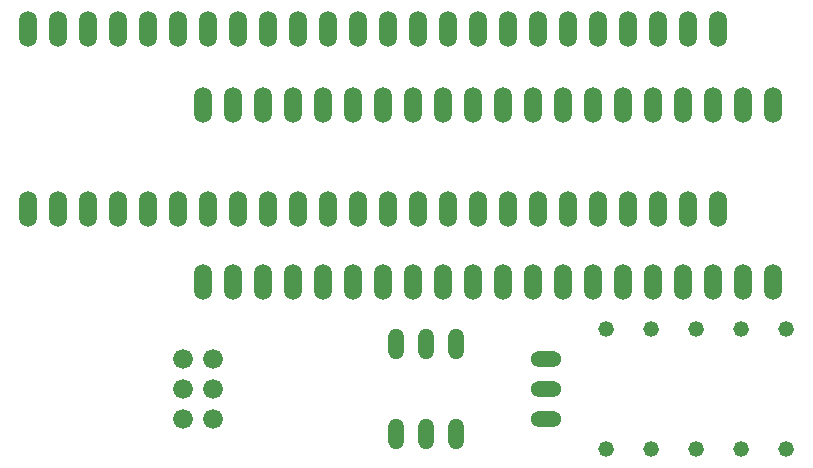
<source format=gtp>
%TF.GenerationSoftware,KiCad,Pcbnew,7.0.8*%
%TF.CreationDate,2023-11-23T12:11:22-06:00*%
%TF.ProjectId,27C160_Adapter,32374331-3630-45f4-9164-61707465722e,rev?*%
%TF.SameCoordinates,Original*%
%TF.FileFunction,Paste,Top*%
%TF.FilePolarity,Positive*%
%FSLAX46Y46*%
G04 Gerber Fmt 4.6, Leading zero omitted, Abs format (unit mm)*
G04 Created by KiCad (PCBNEW 7.0.8) date 2023-11-23 12:11:22*
%MOMM*%
%LPD*%
G01*
G04 APERTURE LIST*
%ADD10O,1.506220X3.014980*%
%ADD11C,1.320800*%
%ADD12O,1.320800X2.641600*%
%ADD13C,1.676400*%
%ADD14O,2.641600X1.320800*%
G04 APERTURE END LIST*
D10*
%TO.C,U1*%
X132830000Y-94950000D03*
X135370000Y-94950000D03*
X137910000Y-94950000D03*
X140450000Y-94950000D03*
X142990000Y-94950000D03*
X145530000Y-94950000D03*
X148070000Y-94950000D03*
X150610000Y-94950000D03*
X153150000Y-94950000D03*
X155690000Y-94950000D03*
X158230000Y-94950000D03*
X160770000Y-94950000D03*
X163310000Y-94950000D03*
X165850000Y-94950000D03*
X168390000Y-94950000D03*
X170930000Y-94950000D03*
X173470000Y-94950000D03*
X176010000Y-94950000D03*
X178550000Y-94950000D03*
X181090000Y-94950000D03*
X181090000Y-109936000D03*
X178550000Y-109936000D03*
X176010000Y-109936000D03*
X173470000Y-109936000D03*
X170930000Y-109936000D03*
X168390000Y-109936000D03*
X165850000Y-109936000D03*
X163310000Y-109936000D03*
X160770000Y-109936000D03*
X158230000Y-109936000D03*
X155690000Y-109936000D03*
X153150000Y-109936000D03*
X150610000Y-109936000D03*
X148070000Y-109936000D03*
X145530000Y-109936000D03*
X142990000Y-109936000D03*
X140450000Y-109936000D03*
X137910000Y-109936000D03*
X135370000Y-109936000D03*
X132830000Y-109936000D03*
%TD*%
D11*
%TO.C,R1*%
X182156000Y-124054000D03*
X182156000Y-113894000D03*
%TD*%
%TO.C,R2*%
X178346000Y-124054000D03*
X178346000Y-113894000D03*
%TD*%
D12*
%TO.C,SW2*%
X149136000Y-122784000D03*
X151676000Y-122784000D03*
X154216000Y-122784000D03*
X154216000Y-115164000D03*
X151676000Y-115164000D03*
X149136000Y-115164000D03*
%TD*%
D11*
%TO.C,R3*%
X174536000Y-124054000D03*
X174536000Y-113894000D03*
%TD*%
D13*
%TO.C,SW1*%
X131086000Y-121514000D03*
X131086000Y-118974000D03*
X131086000Y-116434000D03*
X133626000Y-121514000D03*
X133626000Y-118974000D03*
X133626000Y-116434000D03*
%TD*%
D11*
%TO.C,R4*%
X170726000Y-124054000D03*
X170726000Y-113894000D03*
%TD*%
%TO.C,R5*%
X166916000Y-124054000D03*
X166916000Y-113894000D03*
%TD*%
D14*
%TO.C,Q1*%
X161836000Y-118974000D03*
X161836000Y-121514000D03*
X161836000Y-116434000D03*
%TD*%
D10*
%TO.C,ZX1*%
X118021000Y-88493600D03*
X120561000Y-88493600D03*
X123101000Y-88493600D03*
X125641000Y-88493600D03*
X128181000Y-88493600D03*
X130721000Y-88493600D03*
X133261000Y-88493600D03*
X135801000Y-88493600D03*
X138341000Y-88493600D03*
X140881000Y-88493600D03*
X143421000Y-88493600D03*
X145961000Y-88493600D03*
X148501000Y-88493600D03*
X151041000Y-88493600D03*
X153581000Y-88493600D03*
X156121000Y-88493600D03*
X158661000Y-88493600D03*
X161201000Y-88493600D03*
X163741000Y-88493600D03*
X166281000Y-88493600D03*
X168821000Y-88493600D03*
X171361000Y-88493600D03*
X173901000Y-88493600D03*
X176441000Y-88493600D03*
X176441000Y-103733600D03*
X173901000Y-103733600D03*
X171361000Y-103733600D03*
X168821000Y-103733600D03*
X166281000Y-103733600D03*
X163741000Y-103733600D03*
X161201000Y-103733600D03*
X158661000Y-103733600D03*
X156121000Y-103733600D03*
X153581000Y-103733600D03*
X151041000Y-103733600D03*
X148501000Y-103733600D03*
X145961000Y-103733600D03*
X143421000Y-103733600D03*
X140881000Y-103733600D03*
X138341000Y-103733600D03*
X135801000Y-103733600D03*
X133261000Y-103733600D03*
X130721000Y-103733600D03*
X128181000Y-103733600D03*
X125641000Y-103733600D03*
X123101000Y-103733600D03*
X120561000Y-103733600D03*
X118021000Y-103733600D03*
%TD*%
M02*

</source>
